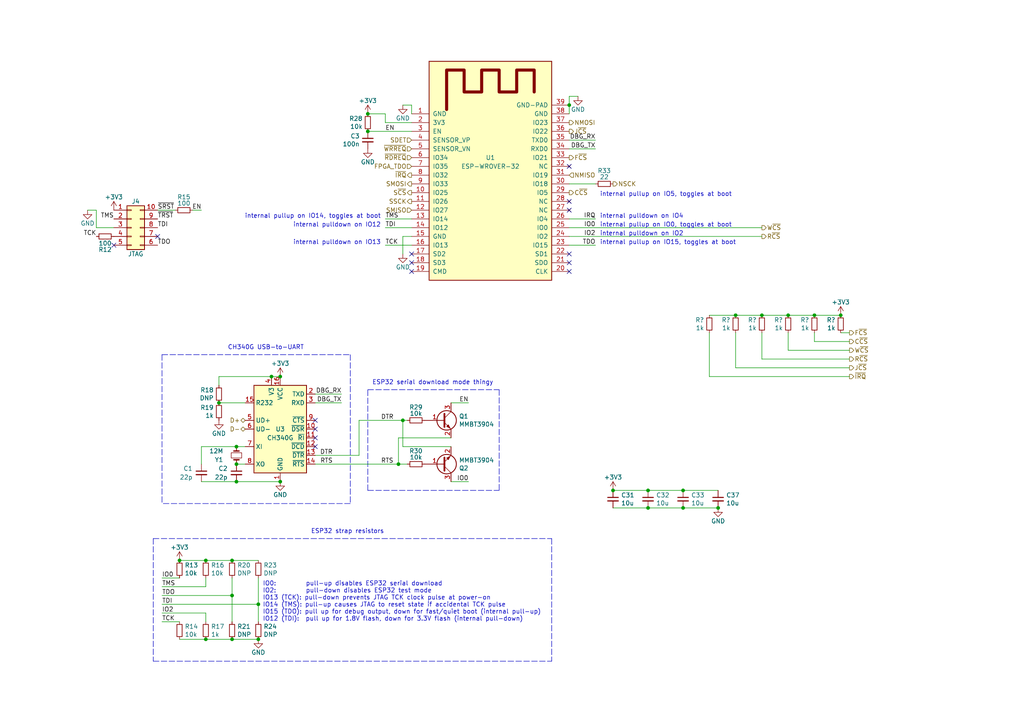
<source format=kicad_sch>
(kicad_sch (version 20211123) (generator eeschema)
  (paper "A4")
  (title_block (title "NuBus-ESP32") (date "2022-05-04") (rev "0.2") (company "Garrett's Workshop"))
  (lib_symbols
    (symbol "Connector_Generic:Conn_02x05_Counter_Clockwise" (pin_names (offset 1.016) hide)
      (property "Reference" "J" (at 1.27 7.62 0))
      (property "Value" "Conn_02x05_Counter_Clockwise" (at 1.27 -7.62 0))
      (symbol "Conn_02x05_Counter_Clockwise_1_1"
        (rectangle (start -1.27 -4.953) (end 0 -5.207) (stroke (width 0.1524)))
        (rectangle (start -1.27 -2.413) (end 0 -2.667) (stroke (width 0.1524)))
        (rectangle (start -1.27 0.127) (end 0 -0.127) (stroke (width 0.1524)))
        (rectangle (start -1.27 2.667) (end 0 2.413) (stroke (width 0.1524)))
        (rectangle (start -1.27 5.207) (end 0 4.953) (stroke (width 0.1524)))
        (rectangle (start -1.27 6.35) (end 3.81 -6.35) (stroke (width 0.254)) (fill (type background)))
        (rectangle (start 3.81 -4.953) (end 2.54 -5.207) (stroke (width 0.1524)))
        (rectangle (start 3.81 -2.413) (end 2.54 -2.667) (stroke (width 0.1524)))
        (rectangle (start 3.81 0.127) (end 2.54 -0.127) (stroke (width 0.1524)))
        (rectangle (start 3.81 2.667) (end 2.54 2.413) (stroke (width 0.1524)))
        (rectangle (start 3.81 5.207) (end 2.54 4.953) (stroke (width 0.1524)))
        (pin passive line (at -5.08 5.08 0) (length 3.81) (name "Pin_1") (number "1"))
        (pin passive line (at 7.62 5.08 180) (length 3.81) (name "Pin_10") (number "10"))
        (pin passive line (at -5.08 2.54 0) (length 3.81) (name "Pin_2") (number "2"))
        (pin passive line (at -5.08 0 0) (length 3.81) (name "Pin_3") (number "3"))
        (pin passive line (at -5.08 -2.54 0) (length 3.81) (name "Pin_4") (number "4"))
        (pin passive line (at -5.08 -5.08 0) (length 3.81) (name "Pin_5") (number "5"))
        (pin passive line (at 7.62 -5.08 180) (length 3.81) (name "Pin_6") (number "6"))
        (pin passive line (at 7.62 -2.54 180) (length 3.81) (name "Pin_7") (number "7"))
        (pin passive line (at 7.62 0 180) (length 3.81) (name "Pin_8") (number "8"))
        (pin passive line (at 7.62 2.54 180) (length 3.81) (name "Pin_9") (number "9"))
      )
    )
    (symbol "Device:C_Small" (pin_numbers hide) (pin_names (offset 0.254) hide)
      (property "Reference" "C" (at 0.254 1.778 0))
      (property "Value" "C_Small" (at 0.254 -2.032 0))
      (symbol "C_Small_0_1"
        (polyline (pts (xy -1.524 -0.508) (xy 1.524 -0.508)) (stroke (width 0.3302)))
        (polyline (pts (xy -1.524 0.508) (xy 1.524 0.508)) (stroke (width 0.3048)))
      )
      (symbol "C_Small_1_1"
        (pin passive line (at 0 2.54 270) (length 2.032) (name "~") (number "1"))
        (pin passive line (at 0 -2.54 90) (length 2.032) (name "~") (number "2"))
      )
    )
    (symbol "Device:Crystal_Small" (pin_numbers hide) (pin_names (offset 1.016) hide)
      (property "Reference" "Y" (at 0 2.54 0))
      (property "Value" "Crystal_Small" (at 0 -2.54 0))
      (symbol "Crystal_Small_0_1"
        (rectangle (start -0.762 -1.524) (end 0.762 1.524))
        (polyline (pts (xy -1.27 -0.762) (xy -1.27 0.762)) (stroke (width 0.381)))
        (polyline (pts (xy 1.27 -0.762) (xy 1.27 0.762)) (stroke (width 0.381)))
      )
      (symbol "Crystal_Small_1_1"
        (pin passive line (at -2.54 0 0) (length 1.27) (name "1") (number "1"))
        (pin passive line (at 2.54 0 180) (length 1.27) (name "2") (number "2"))
      )
    )
    (symbol "Device:R_Small" (pin_numbers hide) (pin_names (offset 0.254) hide)
      (property "Reference" "R" (at 0.762 0.508 0))
      (property "Value" "R_Small" (at 0.762 -1.016 0))
      (symbol "R_Small_0_1"
        (rectangle (start -0.762 1.778) (end 0.762 -1.778) (stroke (width 0.2032)))
      )
      (symbol "R_Small_1_1"
        (pin passive line (at 0 2.54 270) (length 0.762) (name "~") (number "1"))
        (pin passive line (at 0 -2.54 90) (length 0.762) (name "~") (number "2"))
      )
    )
    (symbol "GW_RFModule:ESP-WROVER-32" (pin_names (offset 1.016))
      (property "Reference" "U" (at 0 31.75 0))
      (property "Value" "ESP-WROVER-32" (at 0 0 0))
      (symbol "ESP-WROVER-32_0_1"
        (rectangle (start -17.78 30.48) (end 17.78 -33.02) (stroke (width 0.254)) (fill (type background)))
        (polyline (pts (xy -12.7 16.51) (xy -12.7 27.94) (xy -7.62 27.94) (xy -7.62 21.59) (xy -2.54 21.59) (xy -2.54 27.94) (xy 2.54 27.94) (xy 2.54 21.59) (xy 7.62 21.59) (xy 7.62 27.94) (xy 12.7 27.94) (xy 12.7 21.59)) (stroke (width 0.889)))
      )
      (symbol "ESP-WROVER-32_1_1"
        (pin power_out line (at -22.86 15.24 0) (length 5.08) (name "GND") (number "1"))
        (pin bidirectional line (at -22.86 -7.62 0) (length 5.08) (name "IO25") (number "10"))
        (pin bidirectional line (at -22.86 -10.16 0) (length 5.08) (name "IO26") (number "11"))
        (pin bidirectional line (at -22.86 -12.7 0) (length 5.08) (name "IO27") (number "12"))
        (pin bidirectional line (at -22.86 -15.24 0) (length 5.08) (name "IO14") (number "13"))
        (pin bidirectional line (at -22.86 -17.78 0) (length 5.08) (name "IO12") (number "14"))
        (pin power_in line (at -22.86 -20.32 0) (length 5.08) (name "GND") (number "15"))
        (pin bidirectional line (at -22.86 -22.86 0) (length 5.08) (name "IO13") (number "16"))
        (pin bidirectional line (at -22.86 -25.4 0) (length 5.08) (name "SD2") (number "17"))
        (pin bidirectional line (at -22.86 -27.94 0) (length 5.08) (name "SD3") (number "18"))
        (pin bidirectional line (at -22.86 -30.48 0) (length 5.08) (name "CMD") (number "19"))
        (pin power_in line (at -22.86 12.7 0) (length 5.08) (name "3V3") (number "2"))
        (pin input line (at 22.86 -30.48 180) (length 5.08) (name "CLK") (number "20"))
        (pin bidirectional line (at 22.86 -27.94 180) (length 5.08) (name "SDO") (number "21"))
        (pin bidirectional line (at 22.86 -25.4 180) (length 5.08) (name "SD1") (number "22"))
        (pin bidirectional line (at 22.86 -22.86 180) (length 5.08) (name "IO15") (number "23"))
        (pin bidirectional line (at 22.86 -20.32 180) (length 5.08) (name "IO2") (number "24"))
        (pin bidirectional line (at 22.86 -17.78 180) (length 5.08) (name "IO0") (number "25"))
        (pin input line (at 22.86 -15.24 180) (length 5.08) (name "IO4") (number "26"))
        (pin no_connect line (at 22.86 -12.7 180) (length 5.08) (name "NC") (number "27"))
        (pin no_connect line (at 22.86 -10.16 180) (length 5.08) (name "NC") (number "28"))
        (pin bidirectional line (at 22.86 -7.62 180) (length 5.08) (name "IO5") (number "29"))
        (pin input line (at -22.86 10.16 0) (length 5.08) (name "EN") (number "3"))
        (pin input line (at 22.86 -5.08 180) (length 5.08) (name "IO18") (number "30"))
        (pin bidirectional line (at 22.86 -2.54 180) (length 5.08) (name "IO19") (number "31"))
        (pin no_connect line (at 22.86 0 180) (length 5.08) (name "NC") (number "32"))
        (pin bidirectional line (at 22.86 2.54 180) (length 5.08) (name "IO21") (number "33"))
        (pin bidirectional line (at 22.86 5.08 180) (length 5.08) (name "RXD0") (number "34"))
        (pin bidirectional line (at 22.86 7.62 180) (length 5.08) (name "TXD0") (number "35"))
        (pin bidirectional line (at 22.86 10.16 180) (length 5.08) (name "IO22") (number "36"))
        (pin bidirectional line (at 22.86 12.7 180) (length 5.08) (name "IO23") (number "37"))
        (pin power_in line (at 22.86 15.24 180) (length 5.08) (name "GND") (number "38"))
        (pin power_in line (at 22.86 17.78 180) (length 5.08) (name "GND-PAD") (number "39"))
        (pin input line (at -22.86 7.62 0) (length 5.08) (name "SENSOR_VP") (number "4"))
        (pin input line (at -22.86 5.08 0) (length 5.08) (name "SENSOR_VN") (number "5"))
        (pin bidirectional line (at -22.86 2.54 0) (length 5.08) (name "IO34") (number "6"))
        (pin bidirectional line (at -22.86 0 0) (length 5.08) (name "IO35") (number "7"))
        (pin bidirectional line (at -22.86 -2.54 0) (length 5.08) (name "IO32") (number "8"))
        (pin bidirectional line (at -22.86 -5.08 0) (length 5.08) (name "IO33") (number "9"))
      )
    )
    (symbol "Interface_USB:CH340G"
      (property "Reference" "U" (at -5.08 13.97 0))
      (property "Value" "CH340G" (at 1.27 13.97 0))
      (symbol "CH340G_0_1"
        (rectangle (start -7.62 12.7) (end 7.62 -12.7) (stroke (width 0.254)) (fill (type background)))
      )
      (symbol "CH340G_1_1"
        (pin power_in line (at 0 -15.24 90) (length 2.54) (name "GND") (number "1"))
        (pin input line (at 10.16 0 180) (length 2.54) (name "~{DSR}") (number "10"))
        (pin input line (at 10.16 -2.54 180) (length 2.54) (name "~{RI}") (number "11"))
        (pin input line (at 10.16 -5.08 180) (length 2.54) (name "~{DCD}") (number "12"))
        (pin output line (at 10.16 -7.62 180) (length 2.54) (name "~{DTR}") (number "13"))
        (pin output line (at 10.16 -10.16 180) (length 2.54) (name "~{RTS}") (number "14"))
        (pin input line (at -10.16 7.62 0) (length 2.54) (name "R232") (number "15"))
        (pin power_in line (at 0 15.24 270) (length 2.54) (name "VCC") (number "16"))
        (pin output line (at 10.16 10.16 180) (length 2.54) (name "TXD") (number "2"))
        (pin input line (at 10.16 7.62 180) (length 2.54) (name "RXD") (number "3"))
        (pin passive line (at -2.54 15.24 270) (length 2.54) (name "V3") (number "4"))
        (pin bidirectional line (at -10.16 2.54 0) (length 2.54) (name "UD+") (number "5"))
        (pin bidirectional line (at -10.16 0 0) (length 2.54) (name "UD-") (number "6"))
        (pin input line (at -10.16 -5.08 0) (length 2.54) (name "XI") (number "7"))
        (pin output line (at -10.16 -10.16 0) (length 2.54) (name "XO") (number "8"))
        (pin input line (at 10.16 2.54 180) (length 2.54) (name "~{CTS}") (number "9"))
      )
    )
    (symbol "Transistor_BJT:MMBT3904" (pin_names (offset 0) hide)
      (property "Reference" "Q" (at 5.08 1.905 0))
      (property "Value" "MMBT3904" (at 5.08 0 0))
      (symbol "MMBT3904_0_1"
        (polyline (pts (xy 0.635 0.635) (xy 2.54 2.54)))
        (polyline (pts (xy 0.635 -0.635) (xy 2.54 -2.54) (xy 2.54 -2.54)))
        (polyline (pts (xy 0.635 1.905) (xy 0.635 -1.905) (xy 0.635 -1.905)) (stroke (width 0.508)))
        (polyline (pts (xy 1.27 -1.778) (xy 1.778 -1.27) (xy 2.286 -2.286) (xy 1.27 -1.778) (xy 1.27 -1.778)) (fill (type outline)))
        (circle (center 1.27 0) (radius 2.8194) (stroke (width 0.254)))
      )
      (symbol "MMBT3904_1_1"
        (pin input line (at -5.08 0 0) (length 5.715) (name "B") (number "1"))
        (pin passive line (at 2.54 -5.08 90) (length 2.54) (name "E") (number "2"))
        (pin passive line (at 2.54 5.08 270) (length 2.54) (name "C") (number "3"))
      )
    )
    (symbol "power:+3V3" (power) (pin_names (offset 0))
      (property "Value" "+3V3" (at 0 3.556 0))
      (symbol "+3V3_0_1"
        (polyline (pts (xy -0.762 1.27) (xy 0 2.54)))
        (polyline (pts (xy 0 0) (xy 0 2.54)))
        (polyline (pts (xy 0 2.54) (xy 0.762 1.27)))
      )
      (symbol "+3V3_1_1"
        (pin power_in line (at 0 0 90) (length 0) hide (name "+3V3") (number "1"))
      )
    )
    (symbol "power:GND" (power) (pin_names (offset 0))
      (property "Value" "GND" (at 0 -3.81 0))
      (symbol "GND_0_1"
        (polyline (pts (xy 0 0) (xy 0 -1.27) (xy 1.27 -1.27) (xy 0 -2.54) (xy -1.27 -1.27) (xy 0 -1.27)))
      )
      (symbol "GND_1_1"
        (pin power_in line (at 0 0 270) (length 0) hide (name "GND") (number "1"))
      )
    )
  )
  (junction (at 67.31 185.42))
  (junction (at 63.5 116.84))
  (junction (at 106.68 38.1))
  (junction (at 116.84 121.92))
  (junction (at 59.69 162.56))
  (junction (at 198.12 142.24))
  (junction (at 68.58 134.62))
  (junction (at 74.93 175.26))
  (junction (at 236.22 91.44))
  (junction (at 213.36 91.44))
  (junction (at 78.74 109.22))
  (junction (at 243.84 91.44))
  (junction (at 52.07 162.56))
  (junction (at 59.69 185.42))
  (junction (at 81.28 109.22))
  (junction (at 67.31 172.72))
  (junction (at 106.68 33.02))
  (junction (at 187.96 147.32))
  (junction (at 68.58 139.7))
  (junction (at 228.6 91.44))
  (junction (at 68.58 129.54))
  (junction (at 67.31 162.56))
  (junction (at 208.28 147.32))
  (junction (at 177.8 142.24))
  (junction (at 198.12 147.32))
  (junction (at 74.93 185.42))
  (junction (at 81.28 139.7))
  (junction (at 115.57 134.62))
  (junction (at 187.96 142.24))
  (junction (at 165.1 30.48))
  (junction (at 220.98 91.44))
  (no_connect (at 91.44 129.54))
  (no_connect (at 165.1 78.74))
  (no_connect (at 165.1 58.42))
  (no_connect (at 119.38 76.2))
  (no_connect (at 33.02 71.12))
  (no_connect (at 165.1 60.96))
  (no_connect (at 91.44 127))
  (no_connect (at 165.1 73.66))
  (no_connect (at 91.44 121.92))
  (no_connect (at 119.38 78.74))
  (no_connect (at 45.72 68.58))
  (no_connect (at 165.1 48.26))
  (no_connect (at 91.44 124.46))
  (no_connect (at 119.38 73.66))
  (no_connect (at 165.1 76.2))
  (wire (pts (xy 116.84 129.54) (xy 130.81 129.54)))
  (wire (pts (xy 165.1 30.48) (xy 165.1 33.02)))
  (wire (pts (xy 74.93 175.26) (xy 74.93 180.34)))
  (wire (pts (xy 165.1 66.04) (xy 220.98 66.04)))
  (wire (pts (xy 220.98 91.44) (xy 228.6 91.44)))
  (wire (pts (xy 236.22 91.44) (xy 243.84 91.44)))
  (wire (pts (xy 172.72 53.34) (xy 165.1 53.34)))
  (wire (pts (xy 213.36 106.68) (xy 246.38 106.68)))
  (wire (pts (xy 116.84 68.58) (xy 119.38 68.58)))
  (wire (pts (xy 130.81 127) (xy 115.57 127)))
  (wire (pts (xy 165.1 68.58) (xy 220.98 68.58)))
  (wire (pts (xy 58.42 139.7) (xy 68.58 139.7)))
  (wire (pts (xy 63.5 109.22) (xy 63.5 111.76)))
  (wire (pts (xy 46.99 170.18) (xy 59.69 170.18)))
  (wire (pts (xy 74.93 185.42) (xy 67.31 185.42)))
  (polyline (pts (xy 46.99 102.87) (xy 46.99 146.05)))
  (wire (pts (xy 91.44 134.62) (xy 115.57 134.62)))
  (wire (pts (xy 46.99 180.34) (xy 52.07 180.34)))
  (wire (pts (xy 167.64 27.94) (xy 165.1 27.94)))
  (wire (pts (xy 63.5 116.84) (xy 71.12 116.84)))
  (wire (pts (xy 104.14 132.08) (xy 104.14 121.92)))
  (wire (pts (xy 46.99 175.26) (xy 74.93 175.26)))
  (wire (pts (xy 106.68 38.1) (xy 119.38 38.1)))
  (wire (pts (xy 187.96 147.32) (xy 177.8 147.32)))
  (wire (pts (xy 213.36 106.68) (xy 213.36 96.52)))
  (wire (pts (xy 55.88 60.96) (xy 58.42 60.96)))
  (wire (pts (xy 67.31 172.72) (xy 67.31 180.34)))
  (wire (pts (xy 111.76 33.02) (xy 111.76 35.56)))
  (wire (pts (xy 220.98 104.14) (xy 246.38 104.14)))
  (wire (pts (xy 213.36 91.44) (xy 220.98 91.44)))
  (wire (pts (xy 165.1 63.5) (xy 172.72 63.5)))
  (wire (pts (xy 74.93 175.26) (xy 74.93 167.64)))
  (wire (pts (xy 59.69 170.18) (xy 59.69 167.64)))
  (wire (pts (xy 99.06 114.3) (xy 91.44 114.3)))
  (wire (pts (xy 246.38 96.52) (xy 243.84 96.52)))
  (wire (pts (xy 67.31 172.72) (xy 67.31 167.64)))
  (wire (pts (xy 228.6 101.6) (xy 246.38 101.6)))
  (wire (pts (xy 198.12 142.24) (xy 208.28 142.24)))
  (polyline (pts (xy 101.6 102.87) (xy 101.6 146.05)))
  (wire (pts (xy 119.38 33.02) (xy 119.38 30.48)))
  (wire (pts (xy 68.58 129.54) (xy 71.12 129.54)))
  (wire (pts (xy 236.22 96.52) (xy 236.22 99.06)))
  (wire (pts (xy 59.69 185.42) (xy 52.07 185.42)))
  (polyline (pts (xy 106.68 142.24) (xy 144.78 142.24)))
  (wire (pts (xy 119.38 66.04) (xy 111.76 66.04)))
  (wire (pts (xy 46.99 167.64) (xy 52.07 167.64)))
  (wire (pts (xy 52.07 162.56) (xy 59.69 162.56)))
  (wire (pts (xy 67.31 185.42) (xy 59.69 185.42)))
  (wire (pts (xy 27.94 66.04) (xy 33.02 66.04)))
  (wire (pts (xy 165.1 71.12) (xy 172.72 71.12)))
  (wire (pts (xy 46.99 172.72) (xy 67.31 172.72)))
  (wire (pts (xy 228.6 91.44) (xy 236.22 91.44)))
  (wire (pts (xy 111.76 35.56) (xy 119.38 35.56)))
  (wire (pts (xy 119.38 63.5) (xy 111.76 63.5)))
  (wire (pts (xy 115.57 127) (xy 115.57 134.62)))
  (polyline (pts (xy 144.78 113.03) (xy 144.78 142.24)))
  (polyline (pts (xy 44.45 156.21) (xy 44.45 191.77)))
  (wire (pts (xy 187.96 142.24) (xy 177.8 142.24)))
  (wire (pts (xy 205.74 109.22) (xy 246.38 109.22)))
  (polyline (pts (xy 106.68 142.24) (xy 106.68 113.03)))
  (wire (pts (xy 63.5 109.22) (xy 78.74 109.22)))
  (polyline (pts (xy 160.02 156.21) (xy 160.02 191.77)))
  (wire (pts (xy 115.57 134.62) (xy 118.11 134.62)))
  (wire (pts (xy 81.28 109.22) (xy 78.74 109.22)))
  (polyline (pts (xy 44.45 156.21) (xy 160.02 156.21)))
  (wire (pts (xy 58.42 129.54) (xy 58.42 134.62)))
  (wire (pts (xy 116.84 129.54) (xy 116.84 121.92)))
  (wire (pts (xy 228.6 96.52) (xy 228.6 101.6)))
  (wire (pts (xy 165.1 43.18) (xy 172.72 43.18)))
  (wire (pts (xy 205.74 96.52) (xy 205.74 109.22)))
  (wire (pts (xy 187.96 142.24) (xy 198.12 142.24)))
  (wire (pts (xy 104.14 121.92) (xy 116.84 121.92)))
  (wire (pts (xy 45.72 60.96) (xy 50.8 60.96)))
  (wire (pts (xy 165.1 27.94) (xy 165.1 30.48)))
  (wire (pts (xy 119.38 71.12) (xy 111.76 71.12)))
  (wire (pts (xy 220.98 104.14) (xy 220.98 96.52)))
  (wire (pts (xy 116.84 30.48) (xy 119.38 30.48)))
  (wire (pts (xy 135.89 139.7) (xy 130.81 139.7)))
  (wire (pts (xy 91.44 132.08) (xy 104.14 132.08)))
  (wire (pts (xy 25.4 60.96) (xy 27.94 60.96)))
  (wire (pts (xy 198.12 147.32) (xy 187.96 147.32)))
  (wire (pts (xy 68.58 139.7) (xy 81.28 139.7)))
  (wire (pts (xy 59.69 162.56) (xy 67.31 162.56)))
  (wire (pts (xy 236.22 99.06) (xy 246.38 99.06)))
  (wire (pts (xy 118.11 121.92) (xy 116.84 121.92)))
  (wire (pts (xy 91.44 116.84) (xy 99.06 116.84)))
  (wire (pts (xy 106.68 33.02) (xy 111.76 33.02)))
  (polyline (pts (xy 106.68 113.03) (xy 144.78 113.03)))
  (wire (pts (xy 135.89 116.84) (xy 130.81 116.84)))
  (wire (pts (xy 67.31 162.56) (xy 74.93 162.56)))
  (wire (pts (xy 205.74 91.44) (xy 213.36 91.44)))
  (polyline (pts (xy 46.99 102.87) (xy 101.6 102.87)))
  (wire (pts (xy 172.72 40.64) (xy 165.1 40.64)))
  (polyline (pts (xy 44.45 191.77) (xy 160.02 191.77)))
  (wire (pts (xy 208.28 147.32) (xy 198.12 147.32)))
  (wire (pts (xy 116.84 68.58) (xy 116.84 73.66)))
  (wire (pts (xy 27.94 60.96) (xy 27.94 66.04)))
  (wire (pts (xy 59.69 177.8) (xy 59.69 180.34)))
  (wire (pts (xy 46.99 177.8) (xy 59.69 177.8)))
  (polyline (pts (xy 101.6 146.05) (xy 46.99 146.05)))
  (wire (pts (xy 58.42 129.54) (xy 68.58 129.54)))
  (wire (pts (xy 68.58 134.62) (xy 71.12 134.62)))
  (text "internal pulldown on IO13" (at 110.49 71.12 180) (effects (font (size 1.27 1.27)) (justify right bottom)))
  (text "internal pulldown on IO4" (at 173.99 63.5 0) (effects (font (size 1.27 1.27)) (justify left bottom)))
  (text "internal pullup on IO15, toggles at boot" (at 173.99 71.12 0) (effects (font (size 1.27 1.27)) (justify left bottom)))
  (text "CH340G USB-to-UART" (at 66.04 101.6 0) (effects (font (size 1.27 1.27)) (justify left bottom)))
  (text "internal pullup on IO0, toggles at boot" (at 173.99 66.04 0) (effects (font (size 1.27 1.27)) (justify left bottom)))
  (text "internal pulldown on IO2" (at 173.99 68.58 0) (effects (font (size 1.27 1.27)) (justify left bottom)))
  (text "ESP32 serial download mode thingy" (at 107.95 111.76 0) (effects (font (size 1.27 1.27)) (justify left bottom)))
  (text "internal pullup on IO5, toggles at boot" (at 173.99 57.15 0) (effects (font (size 1.27 1.27)) (justify left bottom)))
  (text "IO0:         pull-up disables ESP32 serial download\nIO2:         pull-down disables ESP32 test mode\nIO13 (TCK): pull-down prevents JTAG TCK clock pulse at power-on\nIO14 (TMS): pull-up causes JTAG to reset state if accidental TCK pulse\nIO15 (TDO): pull up for debug output, down for fast/quiet boot (internal pull-up)\nIO12 (TDI):  pull up for 1.8V flash, down for 3.3V flash (internal pull-down)" (at 76.2 180.34 0) (effects (font (size 1.27 1.27)) (justify left bottom)))
  (text "internal pulldown on IO12" (at 110.49 66.04 180) (effects (font (size 1.27 1.27)) (justify right bottom)))
  (text "ESP32 strap resistors" (at 90.17 154.94 0) (effects (font (size 1.27 1.27)) (justify left bottom)))
  (text "internal pullup on IO14, toggles at boot" (at 110.49 63.5 180) (effects (font (size 1.27 1.27)) (justify right bottom)))
  (label "IO0" (at 172.72 66.04 180))
  (label "IO0" (at 46.99 167.64 0))
  (label "TDI" (at 45.72 66.04 0))
  (label "IO2" (at 46.99 177.8 0))
  (label "DTR" (at 96.52 132.08 180))
  (label "TDI" (at 111.76 66.04 0))
  (label "EN" (at 58.42 60.96 180))
  (label "TCK" (at 46.99 180.34 0))
  (label "TMS" (at 33.02 63.5 180))
  (label "IO0" (at 135.89 139.7 180))
  (label "~{TRST}" (at 45.72 63.5 0))
  (label "RTS" (at 96.52 134.62 180))
  (label "DBG_RX" (at 172.72 40.64 180))
  (label "TDO" (at 172.72 71.12 180))
  (label "RTS" (at 110.49 134.62 0))
  (label "TCK" (at 111.76 71.12 0))
  (label "~{SRST}" (at 45.72 60.96 0))
  (label "TCK" (at 27.94 68.58 180))
  (label "EN" (at 135.89 116.84 180))
  (label "TDO" (at 45.72 71.12 0))
  (label "DBG_RX" (at 99.06 114.3 180))
  (label "TMS" (at 46.99 170.18 0))
  (label "TDO" (at 46.99 172.72 0))
  (label "DBG_TX" (at 172.72 43.18 180))
  (label "IO2" (at 172.72 68.58 180))
  (label "DBG_TX" (at 99.06 116.84 180))
  (label "TMS" (at 111.76 63.5 0))
  (label "TDI" (at 46.99 175.26 0))
  (label "DTR" (at 110.49 121.92 0))
  (label "EN" (at 111.76 38.1 0))
  (label "IRQ" (at 172.72 63.5 180))
  (hierarchical_label "S~{CS}" (shape output) (at 119.38 55.88 180))
  (hierarchical_label "SMOSI" (shape output) (at 119.38 53.34 180))
  (hierarchical_label "W~{CS}" (shape output) (at 220.98 66.04 0))
  (hierarchical_label "NMOSI" (shape output) (at 165.1 35.56 0))
  (hierarchical_label "W~{CS}" (shape output) (at 246.38 101.6 0))
  (hierarchical_label "C~{CS}" (shape output) (at 165.1 55.88 0))
  (hierarchical_label "C~{CS}" (shape output) (at 246.38 99.06 0))
  (hierarchical_label "J~{CS}" (shape output) (at 246.38 106.68 0))
  (hierarchical_label "R~{CS}" (shape output) (at 246.38 104.14 0))
  (hierarchical_label "SDET" (shape input) (at 119.38 40.64 180))
  (hierarchical_label "J~{CS}" (shape output) (at 165.1 38.1 0))
  (hierarchical_label "F~{CS}" (shape output) (at 246.38 96.52 0))
  (hierarchical_label "D-" (shape bidirectional) (at 71.12 124.46 180))
  (hierarchical_label "R~{CS}" (shape output) (at 220.98 68.58 0))
  (hierarchical_label "NMISO" (shape input) (at 165.1 50.8 0))
  (hierarchical_label "~{IRQ}" (shape output) (at 246.38 109.22 0))
  (hierarchical_label "FPGA_TDO" (shape input) (at 119.38 48.26 180))
  (hierarchical_label "~{RDREQ}" (shape input) (at 119.38 45.72 180))
  (hierarchical_label "~{IRQ}" (shape output) (at 119.38 50.8 180))
  (hierarchical_label "NSCK" (shape output) (at 177.8 53.34 0))
  (hierarchical_label "SSCK" (shape output) (at 119.38 58.42 180))
  (hierarchical_label "F~{CS}" (shape output) (at 165.1 45.72 0))
  (hierarchical_label "D+" (shape bidirectional) (at 71.12 121.92 180))
  (hierarchical_label "~{WRREQ}" (shape input) (at 119.38 43.18 180))
  (hierarchical_label "SMISO" (shape input) (at 119.38 60.96 180))
  (symbol (lib_id "Device:R_Small") (at 30.48 68.58 90) (unit 1)
    (property "Reference" "R12" (at 30.48 72.39 90))
    (property "Value" "100" (at 30.48 69.85 90) (effects (justify bottom)))
    (property "Footprint" "stdpads:R_0805" (effects hide))
    (property "LCSC Part" "C17408" (effects hide))
  )
  (symbol (lib_id "Device:R_Small") (at 175.26 53.34 90) (mirror x) (unit 1)
    (property "Reference" "R33" (at 175.26 49.53 90))
    (property "Value" "22" (at 175.26 52.07 90) (effects (justify bottom)))
    (property "Footprint" "stdpads:R_0805" (effects hide))
    (property "LCSC Part" "C17561" (effects hide))
  )
  (symbol (lib_id "Device:C_Small") (at 208.28 144.78 0) (mirror y) (unit 1)
    (property "Reference" "C37" (at 210.6168 143.6116 0) (effects (justify right)))
    (property "Value" "10u" (at 210.6168 145.923 0) (effects (justify right)))
    (property "Footprint" "stdpads:C_0805" (effects hide))
    (property "LCSC Part" "C15850" (effects hide))
  )
  (symbol (lib_id "power:GND") (at 208.28 147.32 0) (unit 1)
    (property "Reference" "#PWR0204" (effects hide))
    (property "Value" "GND" (at 208.28 151.13 0))
  )
  (symbol (lib_id "power:+3V3") (at 177.8 142.24 0) (unit 1)
    (property "Reference" "#PWR0203" (effects hide))
    (property "Value" "+3V3" (at 177.8 138.43 0))
  )
  (symbol (lib_id "Device:C_Small") (at 177.8 144.78 0) (mirror y) (unit 1)
    (property "Reference" "C31" (at 180.1368 143.6116 0) (effects (justify right)))
    (property "Value" "10u" (at 180.1368 145.923 0) (effects (justify right)))
    (property "Footprint" "stdpads:C_0805" (effects hide))
    (property "LCSC Part" "C15850" (effects hide))
  )
  (symbol (lib_id "Device:C_Small") (at 187.96 144.78 0) (mirror y) (unit 1)
    (property "Reference" "C32" (at 190.2968 143.6116 0) (effects (justify right)))
    (property "Value" "10u" (at 190.2968 145.923 0) (effects (justify right)))
    (property "Footprint" "stdpads:C_0805" (effects hide))
    (property "LCSC Part" "C15850" (effects hide))
  )
  (symbol (lib_id "Device:C_Small") (at 198.12 144.78 0) (mirror y) (unit 1)
    (property "Reference" "C33" (at 200.4568 143.6116 0) (effects (justify right)))
    (property "Value" "10u" (at 200.4568 145.923 0) (effects (justify right)))
    (property "Footprint" "stdpads:C_0805" (effects hide))
    (property "LCSC Part" "C15850" (effects hide))
  )
  (symbol (lib_id "power:+3V3") (at 243.84 91.44 0) (unit 1)
    (property "Reference" "#PWR0235" (effects hide))
    (property "Value" "+3V3" (at 243.84 87.63 0))
  )
  (symbol (lib_id "GW_RFModule:ESP-WROVER-32") (at 142.24 48.26 0) (unit 1)
    (property "Reference" "U1" (at 142.24 45.72 0))
    (property "Value" "ESP-WROVER-32" (at 142.24 48.26 0))
    (property "Footprint" "stdpads:ESP32-WROVER_WROOM-32_WROVER" (effects hide))
    (property "LCSC Part" "C967023" (effects hide))
  )
  (symbol (lib_id "power:GND") (at 167.64 27.94 0) (unit 1)
    (property "Reference" "#PWR0172" (effects hide))
    (property "Value" "GND" (at 167.64 31.75 0))
  )
  (symbol (lib_id "power:GND") (at 116.84 30.48 0) (mirror y) (unit 1)
    (property "Reference" "#PWR0173" (effects hide))
    (property "Value" "GND" (at 116.84 34.29 0))
  )
  (symbol (lib_id "power:GND") (at 116.84 73.66 0) (mirror y) (unit 1)
    (property "Reference" "#PWR0174" (effects hide))
    (property "Value" "GND" (at 116.84 77.47 0))
  )
  (symbol (lib_id "power:GND") (at 63.5 121.92 0) (unit 1)
    (property "Reference" "#PWR0175" (effects hide))
    (property "Value" "GND" (at 63.5 125.73 0))
  )
  (symbol (lib_id "Device:Crystal_Small") (at 68.58 132.08 90) (unit 1)
    (property "Reference" "Y1" (at 64.77 133.35 90) (effects (justify left)))
    (property "Value" "12M" (at 64.77 130.81 90) (effects (justify left)))
    (property "Footprint" "stdpads:Crystal_HC49-SMD" (effects hide))
    (property "LCSC Part" "C9002" (effects hide))
  )
  (symbol (lib_id "Device:R_Small") (at 63.5 119.38 0) (mirror y) (unit 1)
    (property "Reference" "R19" (at 62.0014 118.2116 0) (effects (justify left)))
    (property "Value" "1k" (at 62.0014 120.523 0) (effects (justify left)))
    (property "Footprint" "stdpads:R_0805" (effects hide))
    (property "LCSC Part" "C17513" (effects hide))
  )
  (symbol (lib_id "Device:C_Small") (at 68.58 137.16 0) (mirror y) (unit 1)
    (property "Reference" "C2" (at 66.04 135.89 0) (effects (justify left)))
    (property "Value" "22p" (at 66.04 138.43 0) (effects (justify left)))
    (property "Footprint" "stdpads:C_0805" (effects hide))
    (property "LCSC Part" "C1804" (effects hide))
  )
  (symbol (lib_id "power:GND") (at 81.28 139.7 0) (unit 1)
    (property "Reference" "#PWR0177" (effects hide))
    (property "Value" "GND" (at 81.28 143.51 0))
  )
  (symbol (lib_id "power:+3V3") (at 81.28 109.22 0) (unit 1)
    (property "Reference" "#PWR0178" (effects hide))
    (property "Value" "+3V3" (at 81.28 105.41 0))
  )
  (symbol (lib_id "Interface_USB:CH340G") (at 81.28 124.46 0) (unit 1)
    (property "Reference" "U3" (at 81.28 124.46 0))
    (property "Value" "CH340G" (at 81.28 127 0))
    (property "Footprint" "stdpads:SOIC-16_3.9mm" (effects hide))
    (property "Datasheet" "http://www.datasheet5.com/pdf-local-2195953" (effects hide))
    (property "LCSC Part" "C14267" (effects hide))
  )
  (symbol (lib_id "Device:R_Small") (at 63.5 114.3 0) (mirror y) (unit 1)
    (property "Reference" "R18" (at 62.0014 113.1316 0) (effects (justify left)))
    (property "Value" "DNP" (at 62.0014 115.443 0) (effects (justify left)))
    (property "Footprint" "stdpads:R_0805" (effects hide))
  )
  (symbol (lib_id "Transistor_BJT:MMBT3904") (at 128.27 134.62 0) (mirror x) (unit 1)
    (property "Reference" "Q2" (at 133.1214 135.7884 0) (effects (justify left)))
    (property "Value" "MMBT3904" (at 133.1214 133.477 0) (effects (justify left)))
    (property "Footprint" "stdpads:SOT-23" (effects hide))
    (property "LCSC Part" "C20526" (effects hide))
  )
  (symbol (lib_id "Transistor_BJT:MMBT3904") (at 128.27 121.92 0) (unit 1)
    (property "Reference" "Q1" (at 133.1214 120.7516 0) (effects (justify left)))
    (property "Value" "MMBT3904" (at 133.1214 123.063 0) (effects (justify left)))
    (property "Footprint" "stdpads:SOT-23" (effects hide))
    (property "LCSC Part" "C20526" (effects hide))
  )
  (symbol (lib_id "Device:R_Small") (at 120.65 134.62 90) (mirror x) (unit 1)
    (property "Reference" "R30" (at 120.65 130.81 90))
    (property "Value" "10k" (at 120.65 133.35 90) (effects (justify bottom)))
    (property "Footprint" "stdpads:R_0805" (effects hide))
    (property "LCSC Part" "C17414" (effects hide))
  )
  (symbol (lib_id "Device:R_Small") (at 120.65 121.92 90) (mirror x) (unit 1)
    (property "Reference" "R29" (at 120.65 118.11 90))
    (property "Value" "10k" (at 120.65 120.65 90) (effects (justify bottom)))
    (property "Footprint" "stdpads:R_0805" (effects hide))
    (property "LCSC Part" "C17414" (effects hide))
  )
  (symbol (lib_id "Device:C_Small") (at 58.42 137.16 0) (mirror y) (unit 1)
    (property "Reference" "C1" (at 55.88 135.89 0) (effects (justify left)))
    (property "Value" "22p" (at 55.88 138.43 0) (effects (justify left)))
    (property "Footprint" "stdpads:C_0805" (effects hide))
    (property "LCSC Part" "C1804" (effects hide))
  )
  (symbol (lib_id "Device:R_Small") (at 53.34 60.96 90) (mirror x) (unit 1)
    (property "Reference" "R15" (at 53.34 57.15 90))
    (property "Value" "100" (at 53.34 59.69 90) (effects (justify bottom)))
    (property "Footprint" "stdpads:R_0805" (effects hide))
    (property "LCSC Part" "C17408" (effects hide))
  )
  (symbol (lib_id "power:GND") (at 25.4 60.96 0) (unit 1)
    (property "Reference" "#PWR0179" (effects hide))
    (property "Value" "GND" (at 25.4 64.77 0))
  )
  (symbol (lib_id "power:+3V3") (at 33.02 60.96 0) (mirror y) (unit 1)
    (property "Reference" "#PWR0180" (effects hide))
    (property "Value" "+3V3" (at 33.02 57.15 0))
  )
  (symbol (lib_id "Connector_Generic:Conn_02x05_Counter_Clockwise") (at 38.1 66.04 0) (unit 1)
    (property "Reference" "J4" (at 39.37 58.42 0))
    (property "Value" "JTAG" (at 39.37 73.66 0))
    (property "Footprint" "Connector_IDC:IDC-Header_2x05_P2.54mm_Vertical" (effects hide))
    (property "LCSC Part" "C5665" (effects hide))
  )
  (symbol (lib_id "Device:R_Small") (at 67.31 165.1 0) (unit 1)
    (property "Reference" "R20" (at 68.8086 163.9316 0) (effects (justify left)))
    (property "Value" "DNP" (at 68.8086 166.243 0) (effects (justify left)))
    (property "Footprint" "stdpads:R_0805" (effects hide))
  )
  (symbol (lib_id "Device:R_Small") (at 67.31 182.88 0) (unit 1)
    (property "Reference" "R21" (at 68.8086 181.7116 0) (effects (justify left)))
    (property "Value" "DNP" (at 68.8086 184.023 0) (effects (justify left)))
    (property "Footprint" "stdpads:R_0805" (effects hide))
  )
  (symbol (lib_id "power:GND") (at 74.93 185.42 0) (unit 1)
    (property "Reference" "#PWR0181" (effects hide))
    (property "Value" "GND" (at 74.93 189.23 0))
  )
  (symbol (lib_id "Device:R_Small") (at 74.93 182.88 0) (unit 1)
    (property "Reference" "R24" (at 76.4286 181.7116 0) (effects (justify left)))
    (property "Value" "DNP" (at 76.4286 184.023 0) (effects (justify left)))
    (property "Footprint" "stdpads:R_0805" (effects hide))
  )
  (symbol (lib_id "Device:R_Small") (at 74.93 165.1 0) (unit 1)
    (property "Reference" "R23" (at 76.4286 163.9316 0) (effects (justify left)))
    (property "Value" "DNP" (at 76.4286 166.243 0) (effects (justify left)))
    (property "Footprint" "stdpads:R_0805" (effects hide))
  )
  (symbol (lib_id "Device:R_Small") (at 59.69 165.1 0) (unit 1)
    (property "Reference" "R16" (at 61.1886 163.9316 0) (effects (justify left)))
    (property "Value" "10k" (at 61.1886 166.243 0) (effects (justify left)))
    (property "Footprint" "stdpads:R_0805" (effects hide))
    (property "LCSC Part" "C17414" (effects hide))
  )
  (symbol (lib_id "Device:R_Small") (at 59.69 182.88 0) (unit 1)
    (property "Reference" "R17" (at 61.1886 181.7116 0) (effects (justify left)))
    (property "Value" "1k" (at 61.1886 184.023 0) (effects (justify left)))
    (property "Footprint" "stdpads:R_0805" (effects hide))
    (property "LCSC Part" "C17513" (effects hide))
  )
  (symbol (lib_id "Device:R_Small") (at 52.07 182.88 0) (unit 1)
    (property "Reference" "R14" (at 53.5686 181.7116 0) (effects (justify left)))
    (property "Value" "10k" (at 53.5686 184.023 0) (effects (justify left)))
    (property "Footprint" "stdpads:R_0805" (effects hide))
    (property "LCSC Part" "C17414" (effects hide))
  )
  (symbol (lib_id "power:+3V3") (at 52.07 162.56 0) (unit 1)
    (property "Reference" "#PWR0182" (effects hide))
    (property "Value" "+3V3" (at 52.07 158.75 0))
  )
  (symbol (lib_id "Device:R_Small") (at 52.07 165.1 0) (unit 1)
    (property "Reference" "R13" (at 53.5686 163.9316 0) (effects (justify left)))
    (property "Value" "10k" (at 53.5686 166.243 0) (effects (justify left)))
    (property "Footprint" "stdpads:R_0805" (effects hide))
    (property "LCSC Part" "C17414" (effects hide))
  )
  (symbol (lib_id "Device:R_Small") (at 106.68 35.56 0) (mirror y) (unit 1)
    (property "Reference" "R28" (at 105.1814 34.3916 0) (effects (justify left)))
    (property "Value" "10k" (at 105.1814 36.703 0) (effects (justify left)))
    (property "Footprint" "stdpads:R_0805" (effects hide))
    (property "LCSC Part" "C17414" (effects hide))
  )
  (symbol (lib_id "Device:C_Small") (at 106.68 40.64 0) (mirror y) (unit 1)
    (property "Reference" "C3" (at 104.3432 39.4716 0) (effects (justify left)))
    (property "Value" "100n" (at 104.3432 41.783 0) (effects (justify left)))
    (property "Footprint" "stdpads:C_0805" (effects hide))
    (property "LCSC Part" "C28233" (effects hide))
  )
  (symbol (lib_id "power:GND") (at 106.68 43.18 0) (mirror y) (unit 1)
    (property "Reference" "#PWR0184" (effects hide))
    (property "Value" "GND" (at 106.68 46.99 0))
  )
  (symbol (lib_id "power:+3V3") (at 106.68 33.02 0) (mirror y) (unit 1)
    (property "Reference" "#PWR0185" (effects hide))
    (property "Value" "+3V3" (at 106.68 29.21 0))
  )
  (symbol (lib_id "Device:R_Small") (at 220.98 93.98 0) (mirror y) (unit 1)
    (property "Reference" "R?" (at 219.4814 92.8116 0) (effects (justify left)))
    (property "Value" "1k" (at 219.4814 95.123 0) (effects (justify left)))
    (property "Footprint" "stdpads:R_0805" (effects hide))
    (property "LCSC Part" "C17513" (effects hide))
  )
  (symbol (lib_id "Device:R_Small") (at 236.22 93.98 0) (mirror y) (unit 1)
    (property "Reference" "R?" (at 234.7214 92.8116 0) (effects (justify left)))
    (property "Value" "1k" (at 234.7214 95.123 0) (effects (justify left)))
    (property "Footprint" "stdpads:R_0805" (effects hide))
    (property "LCSC Part" "C17513" (effects hide))
  )
  (symbol (lib_id "Device:R_Small") (at 228.6 93.98 0) (mirror y) (unit 1)
    (property "Reference" "R?" (at 227.1014 92.8116 0) (effects (justify left)))
    (property "Value" "1k" (at 227.1014 95.123 0) (effects (justify left)))
    (property "Footprint" "stdpads:R_0805" (effects hide))
    (property "LCSC Part" "C17513" (effects hide))
  )
  (symbol (lib_id "Device:R_Small") (at 205.74 93.98 0) (mirror y) (unit 1)
    (property "Reference" "R?" (at 204.2414 92.8116 0) (effects (justify left)))
    (property "Value" "1k" (at 204.2414 95.123 0) (effects (justify left)))
    (property "Footprint" "stdpads:R_0805" (effects hide))
    (property "LCSC Part" "C17513" (effects hide))
  )
  (symbol (lib_id "Device:R_Small") (at 243.84 93.98 0) (mirror y) (unit 1)
    (property "Reference" "R?" (at 242.3414 92.8116 0) (effects (justify left)))
    (property "Value" "1k" (at 242.3414 95.123 0) (effects (justify left)))
    (property "Footprint" "stdpads:R_0805" (effects hide))
    (property "LCSC Part" "C17513" (effects hide))
  )
  (symbol (lib_id "Device:R_Small") (at 213.36 93.98 0) (mirror y) (unit 1)
    (property "Reference" "R?" (at 211.8614 92.8116 0) (effects (justify left)))
    (property "Value" "1k" (at 211.8614 95.123 0) (effects (justify left)))
    (property "Footprint" "stdpads:R_0805" (effects hide))
    (property "LCSC Part" "C17513" (effects hide))
  )
)
</source>
